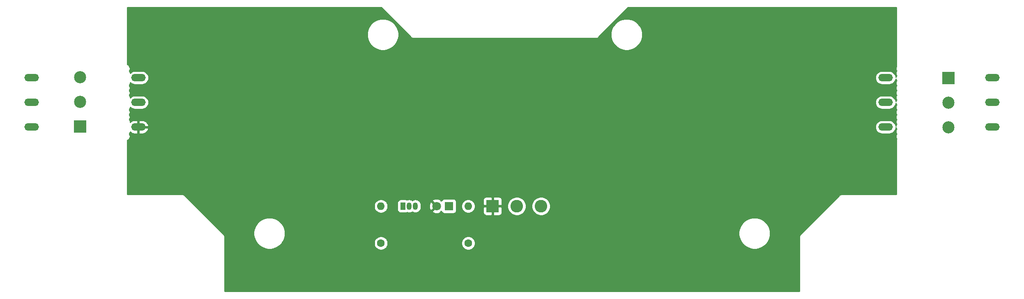
<source format=gbr>
G04 #@! TF.GenerationSoftware,KiCad,Pcbnew,(5.1.5-0-10_14)*
G04 #@! TF.CreationDate,2020-05-14T18:36:20+02:00*
G04 #@! TF.ProjectId,endstop,656e6473-746f-4702-9e6b-696361645f70,rev?*
G04 #@! TF.SameCoordinates,Original*
G04 #@! TF.FileFunction,Copper,L2,Bot*
G04 #@! TF.FilePolarity,Positive*
%FSLAX46Y46*%
G04 Gerber Fmt 4.6, Leading zero omitted, Abs format (unit mm)*
G04 Created by KiCad (PCBNEW (5.1.5-0-10_14)) date 2020-05-14 18:36:20*
%MOMM*%
%LPD*%
G04 APERTURE LIST*
%ADD10O,1.600000X1.600000*%
%ADD11C,1.600000*%
%ADD12R,1.050000X1.500000*%
%ADD13O,1.050000X1.500000*%
%ADD14C,2.500000*%
%ADD15R,2.500000X2.500000*%
%ADD16O,3.000000X1.500000*%
%ADD17R,1.800000X1.800000*%
%ADD18C,1.800000*%
%ADD19R,2.600000X2.600000*%
%ADD20C,2.600000*%
%ADD21C,0.254000*%
G04 APERTURE END LIST*
D10*
X125000000Y-72390000D03*
D11*
X125000000Y-80010000D03*
D10*
X143000000Y-72390000D03*
D11*
X143000000Y-80010000D03*
D12*
X129540000Y-72390000D03*
D13*
X132080000Y-72390000D03*
X130810000Y-72390000D03*
D14*
X63000000Y-45840000D03*
X63000000Y-50920000D03*
D15*
X63000000Y-56000000D03*
D14*
X242000000Y-56160000D03*
X242000000Y-51080000D03*
D15*
X242000000Y-46000000D03*
D16*
X229000000Y-56080000D03*
X229000000Y-51000000D03*
X229000000Y-45920000D03*
X53000000Y-45920000D03*
X53000000Y-51000000D03*
X53000000Y-56080000D03*
X251000000Y-56080000D03*
X251000000Y-51000000D03*
X251000000Y-45920000D03*
X75000000Y-56080000D03*
X75000000Y-51000000D03*
X75000000Y-45920000D03*
D17*
X139000000Y-72390000D03*
D18*
X136460000Y-72390000D03*
D19*
X148000000Y-72390000D03*
D20*
X153000000Y-72390000D03*
X158000000Y-72390000D03*
D21*
G36*
X131156201Y-37541003D02*
G01*
X131179999Y-37570001D01*
X131295724Y-37664974D01*
X131427753Y-37735546D01*
X131571014Y-37779003D01*
X131682667Y-37790000D01*
X131682677Y-37790000D01*
X131720000Y-37793676D01*
X131757323Y-37790000D01*
X169262676Y-37790000D01*
X169299999Y-37793676D01*
X169337321Y-37790000D01*
X169337332Y-37790000D01*
X169448985Y-37779003D01*
X169592246Y-37735546D01*
X169724275Y-37664974D01*
X169840000Y-37570001D01*
X169863803Y-37540997D01*
X170696296Y-36708504D01*
X172365794Y-36708504D01*
X172365794Y-37351496D01*
X172491236Y-37982134D01*
X172737298Y-38576181D01*
X173094526Y-39110810D01*
X173549190Y-39565474D01*
X174083819Y-39922702D01*
X174677866Y-40168764D01*
X175308504Y-40294206D01*
X175951496Y-40294206D01*
X176582134Y-40168764D01*
X177176181Y-39922702D01*
X177710810Y-39565474D01*
X178165474Y-39110810D01*
X178522702Y-38576181D01*
X178768764Y-37982134D01*
X178894206Y-37351496D01*
X178894206Y-36708504D01*
X178768764Y-36077866D01*
X178522702Y-35483819D01*
X178165474Y-34949190D01*
X177710810Y-34494526D01*
X177176181Y-34137298D01*
X176582134Y-33891236D01*
X175951496Y-33765794D01*
X175308504Y-33765794D01*
X174677866Y-33891236D01*
X174083819Y-34137298D01*
X173549190Y-34494526D01*
X173094526Y-34949190D01*
X172737298Y-35483819D01*
X172491236Y-36077866D01*
X172365794Y-36708504D01*
X170696296Y-36708504D01*
X175944802Y-31460000D01*
X231240000Y-31460000D01*
X231240001Y-43544461D01*
X231215723Y-43580795D01*
X231149010Y-43741855D01*
X231115000Y-43912835D01*
X231115000Y-44087165D01*
X231149010Y-44258145D01*
X231215723Y-44419205D01*
X231269709Y-44500000D01*
X231215723Y-44580795D01*
X231149010Y-44741855D01*
X231115000Y-44912835D01*
X231115000Y-45087165D01*
X231149010Y-45258145D01*
X231215723Y-45419205D01*
X231269709Y-45500000D01*
X231215723Y-45580795D01*
X231149010Y-45741855D01*
X231132386Y-45825427D01*
X231114960Y-45648493D01*
X231035764Y-45387419D01*
X230907157Y-45146812D01*
X230734081Y-44935919D01*
X230523188Y-44762843D01*
X230282581Y-44634236D01*
X230021507Y-44555040D01*
X229818037Y-44535000D01*
X228181963Y-44535000D01*
X227978493Y-44555040D01*
X227717419Y-44634236D01*
X227476812Y-44762843D01*
X227265919Y-44935919D01*
X227092843Y-45146812D01*
X226964236Y-45387419D01*
X226885040Y-45648493D01*
X226858299Y-45920000D01*
X226885040Y-46191507D01*
X226964236Y-46452581D01*
X227092843Y-46693188D01*
X227265919Y-46904081D01*
X227476812Y-47077157D01*
X227717419Y-47205764D01*
X227978493Y-47284960D01*
X228181963Y-47305000D01*
X229818037Y-47305000D01*
X230021507Y-47284960D01*
X230282581Y-47205764D01*
X230523188Y-47077157D01*
X230734081Y-46904081D01*
X230907157Y-46693188D01*
X231035764Y-46452581D01*
X231114960Y-46191507D01*
X231121847Y-46121585D01*
X231149010Y-46258145D01*
X231215723Y-46419205D01*
X231269709Y-46500000D01*
X231215723Y-46580795D01*
X231149010Y-46741855D01*
X231115000Y-46912835D01*
X231115000Y-47087165D01*
X231149010Y-47258145D01*
X231215723Y-47419205D01*
X231269709Y-47500000D01*
X231215723Y-47580795D01*
X231149010Y-47741855D01*
X231115000Y-47912835D01*
X231115000Y-48087165D01*
X231149010Y-48258145D01*
X231215723Y-48419205D01*
X231269709Y-48500000D01*
X231215723Y-48580795D01*
X231149010Y-48741855D01*
X231115000Y-48912835D01*
X231115000Y-49087165D01*
X231149010Y-49258145D01*
X231215723Y-49419205D01*
X231269709Y-49500000D01*
X231215723Y-49580795D01*
X231149010Y-49741855D01*
X231115000Y-49912835D01*
X231115000Y-50087165D01*
X231149010Y-50258145D01*
X231215723Y-50419205D01*
X231269709Y-50500000D01*
X231215723Y-50580795D01*
X231149010Y-50741855D01*
X231127117Y-50851921D01*
X231114960Y-50728493D01*
X231035764Y-50467419D01*
X230907157Y-50226812D01*
X230734081Y-50015919D01*
X230523188Y-49842843D01*
X230282581Y-49714236D01*
X230021507Y-49635040D01*
X229818037Y-49615000D01*
X228181963Y-49615000D01*
X227978493Y-49635040D01*
X227717419Y-49714236D01*
X227476812Y-49842843D01*
X227265919Y-50015919D01*
X227092843Y-50226812D01*
X226964236Y-50467419D01*
X226885040Y-50728493D01*
X226858299Y-51000000D01*
X226885040Y-51271507D01*
X226964236Y-51532581D01*
X227092843Y-51773188D01*
X227265919Y-51984081D01*
X227476812Y-52157157D01*
X227717419Y-52285764D01*
X227978493Y-52364960D01*
X228181963Y-52385000D01*
X229818037Y-52385000D01*
X230021507Y-52364960D01*
X230282581Y-52285764D01*
X230523188Y-52157157D01*
X230734081Y-51984081D01*
X230907157Y-51773188D01*
X231035764Y-51532581D01*
X231114960Y-51271507D01*
X231127117Y-51148079D01*
X231149010Y-51258145D01*
X231215723Y-51419205D01*
X231269709Y-51500000D01*
X231215723Y-51580795D01*
X231149010Y-51741855D01*
X231115000Y-51912835D01*
X231115000Y-52087165D01*
X231149010Y-52258145D01*
X231215723Y-52419205D01*
X231269709Y-52500000D01*
X231215723Y-52580795D01*
X231149010Y-52741855D01*
X231115000Y-52912835D01*
X231115000Y-53087165D01*
X231149010Y-53258145D01*
X231215723Y-53419205D01*
X231269709Y-53500000D01*
X231215723Y-53580795D01*
X231149010Y-53741855D01*
X231115000Y-53912835D01*
X231115000Y-54087165D01*
X231149010Y-54258145D01*
X231215723Y-54419205D01*
X231269709Y-54500000D01*
X231215723Y-54580795D01*
X231149010Y-54741855D01*
X231115000Y-54912835D01*
X231115000Y-55087165D01*
X231149010Y-55258145D01*
X231215723Y-55419205D01*
X231269709Y-55500000D01*
X231215723Y-55580795D01*
X231149010Y-55741855D01*
X231121847Y-55878415D01*
X231114960Y-55808493D01*
X231035764Y-55547419D01*
X230907157Y-55306812D01*
X230734081Y-55095919D01*
X230523188Y-54922843D01*
X230282581Y-54794236D01*
X230021507Y-54715040D01*
X229818037Y-54695000D01*
X228181963Y-54695000D01*
X227978493Y-54715040D01*
X227717419Y-54794236D01*
X227476812Y-54922843D01*
X227265919Y-55095919D01*
X227092843Y-55306812D01*
X226964236Y-55547419D01*
X226885040Y-55808493D01*
X226858299Y-56080000D01*
X226885040Y-56351507D01*
X226964236Y-56612581D01*
X227092843Y-56853188D01*
X227265919Y-57064081D01*
X227476812Y-57237157D01*
X227717419Y-57365764D01*
X227978493Y-57444960D01*
X228181963Y-57465000D01*
X229818037Y-57465000D01*
X230021507Y-57444960D01*
X230282581Y-57365764D01*
X230523188Y-57237157D01*
X230734081Y-57064081D01*
X230907157Y-56853188D01*
X231035764Y-56612581D01*
X231114960Y-56351507D01*
X231132386Y-56174573D01*
X231149010Y-56258145D01*
X231215723Y-56419205D01*
X231269709Y-56500000D01*
X231215723Y-56580795D01*
X231149010Y-56741855D01*
X231115000Y-56912835D01*
X231115000Y-57087165D01*
X231149010Y-57258145D01*
X231215723Y-57419205D01*
X231269709Y-57500000D01*
X231215723Y-57580795D01*
X231149010Y-57741855D01*
X231115000Y-57912835D01*
X231115000Y-58087165D01*
X231149010Y-58258145D01*
X231215723Y-58419205D01*
X231267482Y-58496668D01*
X231250997Y-58551014D01*
X231236323Y-58700000D01*
X231240000Y-58737333D01*
X231240001Y-69940000D01*
X220037322Y-69940000D01*
X219999999Y-69936324D01*
X219962676Y-69940000D01*
X219962667Y-69940000D01*
X219851014Y-69950997D01*
X219707753Y-69994454D01*
X219575724Y-70065026D01*
X219575722Y-70065027D01*
X219575723Y-70065027D01*
X219488996Y-70136201D01*
X219488992Y-70136205D01*
X219459999Y-70159999D01*
X219436205Y-70188992D01*
X211489008Y-78136191D01*
X211459999Y-78159998D01*
X211365026Y-78275724D01*
X211294454Y-78407753D01*
X211250997Y-78551014D01*
X211240000Y-78662667D01*
X211240000Y-78662678D01*
X211236324Y-78700000D01*
X211240000Y-78737322D01*
X211240001Y-89939999D01*
X92760000Y-89939999D01*
X92760000Y-78737322D01*
X92763676Y-78699999D01*
X92760000Y-78662676D01*
X92760000Y-78662667D01*
X92749003Y-78551014D01*
X92705546Y-78407753D01*
X92634974Y-78275724D01*
X92621811Y-78259685D01*
X92563799Y-78188996D01*
X92563795Y-78188992D01*
X92540001Y-78159999D01*
X92511009Y-78136206D01*
X92053307Y-77678504D01*
X98735794Y-77678504D01*
X98735794Y-78321496D01*
X98861236Y-78952134D01*
X99107298Y-79546181D01*
X99464526Y-80080810D01*
X99919190Y-80535474D01*
X100453819Y-80892702D01*
X101047866Y-81138764D01*
X101678504Y-81264206D01*
X102321496Y-81264206D01*
X102952134Y-81138764D01*
X103546181Y-80892702D01*
X104080810Y-80535474D01*
X104535474Y-80080810D01*
X104677224Y-79868665D01*
X123565000Y-79868665D01*
X123565000Y-80151335D01*
X123620147Y-80428574D01*
X123728320Y-80689727D01*
X123885363Y-80924759D01*
X124085241Y-81124637D01*
X124320273Y-81281680D01*
X124581426Y-81389853D01*
X124858665Y-81445000D01*
X125141335Y-81445000D01*
X125418574Y-81389853D01*
X125679727Y-81281680D01*
X125914759Y-81124637D01*
X126114637Y-80924759D01*
X126271680Y-80689727D01*
X126379853Y-80428574D01*
X126435000Y-80151335D01*
X126435000Y-79868665D01*
X141565000Y-79868665D01*
X141565000Y-80151335D01*
X141620147Y-80428574D01*
X141728320Y-80689727D01*
X141885363Y-80924759D01*
X142085241Y-81124637D01*
X142320273Y-81281680D01*
X142581426Y-81389853D01*
X142858665Y-81445000D01*
X143141335Y-81445000D01*
X143418574Y-81389853D01*
X143679727Y-81281680D01*
X143914759Y-81124637D01*
X144114637Y-80924759D01*
X144271680Y-80689727D01*
X144379853Y-80428574D01*
X144435000Y-80151335D01*
X144435000Y-79868665D01*
X144379853Y-79591426D01*
X144271680Y-79330273D01*
X144114637Y-79095241D01*
X143914759Y-78895363D01*
X143679727Y-78738320D01*
X143418574Y-78630147D01*
X143141335Y-78575000D01*
X142858665Y-78575000D01*
X142581426Y-78630147D01*
X142320273Y-78738320D01*
X142085241Y-78895363D01*
X141885363Y-79095241D01*
X141728320Y-79330273D01*
X141620147Y-79591426D01*
X141565000Y-79868665D01*
X126435000Y-79868665D01*
X126379853Y-79591426D01*
X126271680Y-79330273D01*
X126114637Y-79095241D01*
X125914759Y-78895363D01*
X125679727Y-78738320D01*
X125418574Y-78630147D01*
X125141335Y-78575000D01*
X124858665Y-78575000D01*
X124581426Y-78630147D01*
X124320273Y-78738320D01*
X124085241Y-78895363D01*
X123885363Y-79095241D01*
X123728320Y-79330273D01*
X123620147Y-79591426D01*
X123565000Y-79868665D01*
X104677224Y-79868665D01*
X104892702Y-79546181D01*
X105138764Y-78952134D01*
X105264206Y-78321496D01*
X105264206Y-77678504D01*
X198735794Y-77678504D01*
X198735794Y-78321496D01*
X198861236Y-78952134D01*
X199107298Y-79546181D01*
X199464526Y-80080810D01*
X199919190Y-80535474D01*
X200453819Y-80892702D01*
X201047866Y-81138764D01*
X201678504Y-81264206D01*
X202321496Y-81264206D01*
X202952134Y-81138764D01*
X203546181Y-80892702D01*
X204080810Y-80535474D01*
X204535474Y-80080810D01*
X204892702Y-79546181D01*
X205138764Y-78952134D01*
X205264206Y-78321496D01*
X205264206Y-77678504D01*
X205138764Y-77047866D01*
X204892702Y-76453819D01*
X204535474Y-75919190D01*
X204080810Y-75464526D01*
X203546181Y-75107298D01*
X202952134Y-74861236D01*
X202321496Y-74735794D01*
X201678504Y-74735794D01*
X201047866Y-74861236D01*
X200453819Y-75107298D01*
X199919190Y-75464526D01*
X199464526Y-75919190D01*
X199107298Y-76453819D01*
X198861236Y-77047866D01*
X198735794Y-77678504D01*
X105264206Y-77678504D01*
X105138764Y-77047866D01*
X104892702Y-76453819D01*
X104535474Y-75919190D01*
X104080810Y-75464526D01*
X103546181Y-75107298D01*
X102952134Y-74861236D01*
X102321496Y-74735794D01*
X101678504Y-74735794D01*
X101047866Y-74861236D01*
X100453819Y-75107298D01*
X99919190Y-75464526D01*
X99464526Y-75919190D01*
X99107298Y-76453819D01*
X98861236Y-77047866D01*
X98735794Y-77678504D01*
X92053307Y-77678504D01*
X86623467Y-72248665D01*
X123565000Y-72248665D01*
X123565000Y-72531335D01*
X123620147Y-72808574D01*
X123728320Y-73069727D01*
X123885363Y-73304759D01*
X124085241Y-73504637D01*
X124320273Y-73661680D01*
X124581426Y-73769853D01*
X124858665Y-73825000D01*
X125141335Y-73825000D01*
X125418574Y-73769853D01*
X125679727Y-73661680D01*
X125914759Y-73504637D01*
X126114637Y-73304759D01*
X126271680Y-73069727D01*
X126379853Y-72808574D01*
X126435000Y-72531335D01*
X126435000Y-72248665D01*
X126379853Y-71971426D01*
X126271680Y-71710273D01*
X126224726Y-71640000D01*
X128376928Y-71640000D01*
X128376928Y-73140000D01*
X128389188Y-73264482D01*
X128425498Y-73384180D01*
X128484463Y-73494494D01*
X128563815Y-73591185D01*
X128660506Y-73670537D01*
X128770820Y-73729502D01*
X128890518Y-73765812D01*
X129015000Y-73778072D01*
X130065000Y-73778072D01*
X130189482Y-73765812D01*
X130309180Y-73729502D01*
X130373902Y-73694907D01*
X130582601Y-73758215D01*
X130810000Y-73780612D01*
X131037400Y-73758215D01*
X131256060Y-73691885D01*
X131445001Y-73590894D01*
X131633941Y-73691885D01*
X131852601Y-73758215D01*
X132080000Y-73780612D01*
X132307400Y-73758215D01*
X132526060Y-73691885D01*
X132727579Y-73584171D01*
X132904212Y-73439212D01*
X133049171Y-73262579D01*
X133156885Y-73061059D01*
X133223215Y-72842399D01*
X133240000Y-72671978D01*
X133240000Y-72456553D01*
X134919009Y-72456553D01*
X134961603Y-72755907D01*
X135061778Y-73041199D01*
X135141739Y-73190792D01*
X135395920Y-73274475D01*
X136280395Y-72390000D01*
X135395920Y-71505525D01*
X135141739Y-71589208D01*
X135010842Y-71861775D01*
X134935635Y-72154642D01*
X134919009Y-72456553D01*
X133240000Y-72456553D01*
X133240000Y-72108021D01*
X133223215Y-71937600D01*
X133156885Y-71718940D01*
X133049171Y-71517421D01*
X132904212Y-71340788D01*
X132886096Y-71325920D01*
X135575525Y-71325920D01*
X136460000Y-72210395D01*
X136474143Y-72196253D01*
X136653748Y-72375858D01*
X136639605Y-72390000D01*
X136653748Y-72404143D01*
X136474143Y-72583748D01*
X136460000Y-72569605D01*
X135575525Y-73454080D01*
X135659208Y-73708261D01*
X135931775Y-73839158D01*
X136224642Y-73914365D01*
X136526553Y-73930991D01*
X136825907Y-73888397D01*
X137111199Y-73788222D01*
X137260792Y-73708261D01*
X137344474Y-73454082D01*
X137460422Y-73570030D01*
X137507187Y-73523265D01*
X137510498Y-73534180D01*
X137569463Y-73644494D01*
X137648815Y-73741185D01*
X137745506Y-73820537D01*
X137855820Y-73879502D01*
X137975518Y-73915812D01*
X138100000Y-73928072D01*
X139900000Y-73928072D01*
X140024482Y-73915812D01*
X140144180Y-73879502D01*
X140254494Y-73820537D01*
X140351185Y-73741185D01*
X140430537Y-73644494D01*
X140489502Y-73534180D01*
X140525812Y-73414482D01*
X140538072Y-73290000D01*
X140538072Y-72248665D01*
X141565000Y-72248665D01*
X141565000Y-72531335D01*
X141620147Y-72808574D01*
X141728320Y-73069727D01*
X141885363Y-73304759D01*
X142085241Y-73504637D01*
X142320273Y-73661680D01*
X142581426Y-73769853D01*
X142858665Y-73825000D01*
X143141335Y-73825000D01*
X143418574Y-73769853D01*
X143611356Y-73690000D01*
X146061928Y-73690000D01*
X146074188Y-73814482D01*
X146110498Y-73934180D01*
X146169463Y-74044494D01*
X146248815Y-74141185D01*
X146345506Y-74220537D01*
X146455820Y-74279502D01*
X146575518Y-74315812D01*
X146700000Y-74328072D01*
X147714250Y-74325000D01*
X147873000Y-74166250D01*
X147873000Y-72517000D01*
X148127000Y-72517000D01*
X148127000Y-74166250D01*
X148285750Y-74325000D01*
X149300000Y-74328072D01*
X149424482Y-74315812D01*
X149544180Y-74279502D01*
X149654494Y-74220537D01*
X149751185Y-74141185D01*
X149830537Y-74044494D01*
X149889502Y-73934180D01*
X149925812Y-73814482D01*
X149938072Y-73690000D01*
X149935000Y-72675750D01*
X149776250Y-72517000D01*
X148127000Y-72517000D01*
X147873000Y-72517000D01*
X146223750Y-72517000D01*
X146065000Y-72675750D01*
X146061928Y-73690000D01*
X143611356Y-73690000D01*
X143679727Y-73661680D01*
X143914759Y-73504637D01*
X144114637Y-73304759D01*
X144271680Y-73069727D01*
X144379853Y-72808574D01*
X144435000Y-72531335D01*
X144435000Y-72248665D01*
X144379853Y-71971426D01*
X144271680Y-71710273D01*
X144114637Y-71475241D01*
X143914759Y-71275363D01*
X143679727Y-71118320D01*
X143611357Y-71090000D01*
X146061928Y-71090000D01*
X146065000Y-72104250D01*
X146223750Y-72263000D01*
X147873000Y-72263000D01*
X147873000Y-70613750D01*
X148127000Y-70613750D01*
X148127000Y-72263000D01*
X149776250Y-72263000D01*
X149839831Y-72199419D01*
X151065000Y-72199419D01*
X151065000Y-72580581D01*
X151139361Y-72954419D01*
X151285225Y-73306566D01*
X151496987Y-73623491D01*
X151766509Y-73893013D01*
X152083434Y-74104775D01*
X152435581Y-74250639D01*
X152809419Y-74325000D01*
X153190581Y-74325000D01*
X153564419Y-74250639D01*
X153916566Y-74104775D01*
X154233491Y-73893013D01*
X154503013Y-73623491D01*
X154714775Y-73306566D01*
X154860639Y-72954419D01*
X154935000Y-72580581D01*
X154935000Y-72199419D01*
X156065000Y-72199419D01*
X156065000Y-72580581D01*
X156139361Y-72954419D01*
X156285225Y-73306566D01*
X156496987Y-73623491D01*
X156766509Y-73893013D01*
X157083434Y-74104775D01*
X157435581Y-74250639D01*
X157809419Y-74325000D01*
X158190581Y-74325000D01*
X158564419Y-74250639D01*
X158916566Y-74104775D01*
X159233491Y-73893013D01*
X159503013Y-73623491D01*
X159714775Y-73306566D01*
X159860639Y-72954419D01*
X159935000Y-72580581D01*
X159935000Y-72199419D01*
X159860639Y-71825581D01*
X159714775Y-71473434D01*
X159503013Y-71156509D01*
X159233491Y-70886987D01*
X158916566Y-70675225D01*
X158564419Y-70529361D01*
X158190581Y-70455000D01*
X157809419Y-70455000D01*
X157435581Y-70529361D01*
X157083434Y-70675225D01*
X156766509Y-70886987D01*
X156496987Y-71156509D01*
X156285225Y-71473434D01*
X156139361Y-71825581D01*
X156065000Y-72199419D01*
X154935000Y-72199419D01*
X154860639Y-71825581D01*
X154714775Y-71473434D01*
X154503013Y-71156509D01*
X154233491Y-70886987D01*
X153916566Y-70675225D01*
X153564419Y-70529361D01*
X153190581Y-70455000D01*
X152809419Y-70455000D01*
X152435581Y-70529361D01*
X152083434Y-70675225D01*
X151766509Y-70886987D01*
X151496987Y-71156509D01*
X151285225Y-71473434D01*
X151139361Y-71825581D01*
X151065000Y-72199419D01*
X149839831Y-72199419D01*
X149935000Y-72104250D01*
X149938072Y-71090000D01*
X149925812Y-70965518D01*
X149889502Y-70845820D01*
X149830537Y-70735506D01*
X149751185Y-70638815D01*
X149654494Y-70559463D01*
X149544180Y-70500498D01*
X149424482Y-70464188D01*
X149300000Y-70451928D01*
X148285750Y-70455000D01*
X148127000Y-70613750D01*
X147873000Y-70613750D01*
X147714250Y-70455000D01*
X146700000Y-70451928D01*
X146575518Y-70464188D01*
X146455820Y-70500498D01*
X146345506Y-70559463D01*
X146248815Y-70638815D01*
X146169463Y-70735506D01*
X146110498Y-70845820D01*
X146074188Y-70965518D01*
X146061928Y-71090000D01*
X143611357Y-71090000D01*
X143418574Y-71010147D01*
X143141335Y-70955000D01*
X142858665Y-70955000D01*
X142581426Y-71010147D01*
X142320273Y-71118320D01*
X142085241Y-71275363D01*
X141885363Y-71475241D01*
X141728320Y-71710273D01*
X141620147Y-71971426D01*
X141565000Y-72248665D01*
X140538072Y-72248665D01*
X140538072Y-71490000D01*
X140525812Y-71365518D01*
X140489502Y-71245820D01*
X140430537Y-71135506D01*
X140351185Y-71038815D01*
X140254494Y-70959463D01*
X140144180Y-70900498D01*
X140024482Y-70864188D01*
X139900000Y-70851928D01*
X138100000Y-70851928D01*
X137975518Y-70864188D01*
X137855820Y-70900498D01*
X137745506Y-70959463D01*
X137648815Y-71038815D01*
X137569463Y-71135506D01*
X137510498Y-71245820D01*
X137507187Y-71256735D01*
X137460422Y-71209970D01*
X137344474Y-71325918D01*
X137260792Y-71071739D01*
X136988225Y-70940842D01*
X136695358Y-70865635D01*
X136393447Y-70849009D01*
X136094093Y-70891603D01*
X135808801Y-70991778D01*
X135659208Y-71071739D01*
X135575525Y-71325920D01*
X132886096Y-71325920D01*
X132727578Y-71195829D01*
X132526059Y-71088115D01*
X132307399Y-71021785D01*
X132080000Y-70999388D01*
X131852600Y-71021785D01*
X131633940Y-71088115D01*
X131445000Y-71189106D01*
X131256059Y-71088115D01*
X131037399Y-71021785D01*
X130810000Y-70999388D01*
X130582600Y-71021785D01*
X130373902Y-71085093D01*
X130309180Y-71050498D01*
X130189482Y-71014188D01*
X130065000Y-71001928D01*
X129015000Y-71001928D01*
X128890518Y-71014188D01*
X128770820Y-71050498D01*
X128660506Y-71109463D01*
X128563815Y-71188815D01*
X128484463Y-71285506D01*
X128425498Y-71395820D01*
X128389188Y-71515518D01*
X128376928Y-71640000D01*
X126224726Y-71640000D01*
X126114637Y-71475241D01*
X125914759Y-71275363D01*
X125679727Y-71118320D01*
X125418574Y-71010147D01*
X125141335Y-70955000D01*
X124858665Y-70955000D01*
X124581426Y-71010147D01*
X124320273Y-71118320D01*
X124085241Y-71275363D01*
X123885363Y-71475241D01*
X123728320Y-71710273D01*
X123620147Y-71971426D01*
X123565000Y-72248665D01*
X86623467Y-72248665D01*
X84563804Y-70189003D01*
X84540001Y-70159999D01*
X84424276Y-70065026D01*
X84292247Y-69994454D01*
X84148986Y-69950997D01*
X84037333Y-69940000D01*
X84037322Y-69940000D01*
X84000000Y-69936324D01*
X83962678Y-69940000D01*
X72760000Y-69940000D01*
X72760000Y-58804658D01*
X72809205Y-58784277D01*
X72954155Y-58687424D01*
X73077424Y-58564155D01*
X73174277Y-58419205D01*
X73240990Y-58258145D01*
X73275000Y-58087165D01*
X73275000Y-57912835D01*
X73240990Y-57741855D01*
X73174277Y-57580795D01*
X73120291Y-57500000D01*
X73174277Y-57419205D01*
X73240990Y-57258145D01*
X73275000Y-57087165D01*
X73275000Y-57062426D01*
X73374939Y-57161028D01*
X73602651Y-57310972D01*
X73855240Y-57413611D01*
X74123000Y-57465000D01*
X74873000Y-57465000D01*
X74873000Y-56207000D01*
X75127000Y-56207000D01*
X75127000Y-57465000D01*
X75877000Y-57465000D01*
X76144760Y-57413611D01*
X76397349Y-57310972D01*
X76625061Y-57161028D01*
X76819145Y-56969540D01*
X76972142Y-56743868D01*
X77078173Y-56492684D01*
X77092318Y-56421185D01*
X76969656Y-56207000D01*
X75127000Y-56207000D01*
X74873000Y-56207000D01*
X74853000Y-56207000D01*
X74853000Y-55953000D01*
X74873000Y-55953000D01*
X74873000Y-54695000D01*
X75127000Y-54695000D01*
X75127000Y-55953000D01*
X76969656Y-55953000D01*
X77092318Y-55738815D01*
X77078173Y-55667316D01*
X76972142Y-55416132D01*
X76819145Y-55190460D01*
X76625061Y-54998972D01*
X76397349Y-54849028D01*
X76144760Y-54746389D01*
X75877000Y-54695000D01*
X75127000Y-54695000D01*
X74873000Y-54695000D01*
X74123000Y-54695000D01*
X73855240Y-54746389D01*
X73602651Y-54849028D01*
X73374939Y-54998972D01*
X73272424Y-55100116D01*
X73275000Y-55087165D01*
X73275000Y-54912835D01*
X73240990Y-54741855D01*
X73174277Y-54580795D01*
X73120291Y-54500000D01*
X73174277Y-54419205D01*
X73240990Y-54258145D01*
X73275000Y-54087165D01*
X73275000Y-53912835D01*
X73240990Y-53741855D01*
X73174277Y-53580795D01*
X73120291Y-53500000D01*
X73174277Y-53419205D01*
X73240990Y-53258145D01*
X73275000Y-53087165D01*
X73275000Y-52912835D01*
X73240990Y-52741855D01*
X73174277Y-52580795D01*
X73120291Y-52500000D01*
X73174277Y-52419205D01*
X73240990Y-52258145D01*
X73275000Y-52087165D01*
X73275000Y-51991534D01*
X73476812Y-52157157D01*
X73717419Y-52285764D01*
X73978493Y-52364960D01*
X74181963Y-52385000D01*
X75818037Y-52385000D01*
X76021507Y-52364960D01*
X76282581Y-52285764D01*
X76523188Y-52157157D01*
X76734081Y-51984081D01*
X76907157Y-51773188D01*
X77035764Y-51532581D01*
X77114960Y-51271507D01*
X77141701Y-51000000D01*
X77114960Y-50728493D01*
X77035764Y-50467419D01*
X76907157Y-50226812D01*
X76734081Y-50015919D01*
X76523188Y-49842843D01*
X76282581Y-49714236D01*
X76021507Y-49635040D01*
X75818037Y-49615000D01*
X74181963Y-49615000D01*
X73978493Y-49635040D01*
X73717419Y-49714236D01*
X73476812Y-49842843D01*
X73275000Y-50008466D01*
X73275000Y-49912835D01*
X73240990Y-49741855D01*
X73174277Y-49580795D01*
X73120291Y-49500000D01*
X73174277Y-49419205D01*
X73240990Y-49258145D01*
X73275000Y-49087165D01*
X73275000Y-48912835D01*
X73240990Y-48741855D01*
X73174277Y-48580795D01*
X73120291Y-48500000D01*
X73174277Y-48419205D01*
X73240990Y-48258145D01*
X73275000Y-48087165D01*
X73275000Y-47912835D01*
X73240990Y-47741855D01*
X73174277Y-47580795D01*
X73120291Y-47500000D01*
X73174277Y-47419205D01*
X73240990Y-47258145D01*
X73275000Y-47087165D01*
X73275000Y-46912835D01*
X73274691Y-46911280D01*
X73476812Y-47077157D01*
X73717419Y-47205764D01*
X73978493Y-47284960D01*
X74181963Y-47305000D01*
X75818037Y-47305000D01*
X76021507Y-47284960D01*
X76282581Y-47205764D01*
X76523188Y-47077157D01*
X76734081Y-46904081D01*
X76907157Y-46693188D01*
X77035764Y-46452581D01*
X77114960Y-46191507D01*
X77141701Y-45920000D01*
X77114960Y-45648493D01*
X77035764Y-45387419D01*
X76907157Y-45146812D01*
X76734081Y-44935919D01*
X76523188Y-44762843D01*
X76282581Y-44634236D01*
X76021507Y-44555040D01*
X75818037Y-44535000D01*
X74181963Y-44535000D01*
X73978493Y-44555040D01*
X73717419Y-44634236D01*
X73476812Y-44762843D01*
X73275000Y-44928466D01*
X73275000Y-44912835D01*
X73240990Y-44741855D01*
X73174277Y-44580795D01*
X73120291Y-44500000D01*
X73174277Y-44419205D01*
X73240990Y-44258145D01*
X73275000Y-44087165D01*
X73275000Y-43912835D01*
X73240990Y-43741855D01*
X73174277Y-43580795D01*
X73077424Y-43435845D01*
X72954155Y-43312576D01*
X72809205Y-43215723D01*
X72760000Y-43195342D01*
X72760000Y-36708504D01*
X122125793Y-36708504D01*
X122125793Y-37351496D01*
X122251235Y-37982134D01*
X122497297Y-38576181D01*
X122854525Y-39110810D01*
X123309189Y-39565474D01*
X123843818Y-39922702D01*
X124437865Y-40168764D01*
X125068503Y-40294206D01*
X125711495Y-40294206D01*
X126342133Y-40168764D01*
X126936180Y-39922702D01*
X127470809Y-39565474D01*
X127925473Y-39110810D01*
X128282701Y-38576181D01*
X128528763Y-37982134D01*
X128654205Y-37351496D01*
X128654205Y-36708504D01*
X128528763Y-36077866D01*
X128282701Y-35483819D01*
X127925473Y-34949190D01*
X127470809Y-34494526D01*
X126936180Y-34137298D01*
X126342133Y-33891236D01*
X125711495Y-33765794D01*
X125068503Y-33765794D01*
X124437865Y-33891236D01*
X123843818Y-34137298D01*
X123309189Y-34494526D01*
X122854525Y-34949190D01*
X122497297Y-35483819D01*
X122251235Y-36077866D01*
X122125793Y-36708504D01*
X72760000Y-36708504D01*
X72760000Y-31460000D01*
X125075197Y-31459998D01*
X131156201Y-37541003D01*
G37*
X131156201Y-37541003D02*
X131179999Y-37570001D01*
X131295724Y-37664974D01*
X131427753Y-37735546D01*
X131571014Y-37779003D01*
X131682667Y-37790000D01*
X131682677Y-37790000D01*
X131720000Y-37793676D01*
X131757323Y-37790000D01*
X169262676Y-37790000D01*
X169299999Y-37793676D01*
X169337321Y-37790000D01*
X169337332Y-37790000D01*
X169448985Y-37779003D01*
X169592246Y-37735546D01*
X169724275Y-37664974D01*
X169840000Y-37570001D01*
X169863803Y-37540997D01*
X170696296Y-36708504D01*
X172365794Y-36708504D01*
X172365794Y-37351496D01*
X172491236Y-37982134D01*
X172737298Y-38576181D01*
X173094526Y-39110810D01*
X173549190Y-39565474D01*
X174083819Y-39922702D01*
X174677866Y-40168764D01*
X175308504Y-40294206D01*
X175951496Y-40294206D01*
X176582134Y-40168764D01*
X177176181Y-39922702D01*
X177710810Y-39565474D01*
X178165474Y-39110810D01*
X178522702Y-38576181D01*
X178768764Y-37982134D01*
X178894206Y-37351496D01*
X178894206Y-36708504D01*
X178768764Y-36077866D01*
X178522702Y-35483819D01*
X178165474Y-34949190D01*
X177710810Y-34494526D01*
X177176181Y-34137298D01*
X176582134Y-33891236D01*
X175951496Y-33765794D01*
X175308504Y-33765794D01*
X174677866Y-33891236D01*
X174083819Y-34137298D01*
X173549190Y-34494526D01*
X173094526Y-34949190D01*
X172737298Y-35483819D01*
X172491236Y-36077866D01*
X172365794Y-36708504D01*
X170696296Y-36708504D01*
X175944802Y-31460000D01*
X231240000Y-31460000D01*
X231240001Y-43544461D01*
X231215723Y-43580795D01*
X231149010Y-43741855D01*
X231115000Y-43912835D01*
X231115000Y-44087165D01*
X231149010Y-44258145D01*
X231215723Y-44419205D01*
X231269709Y-44500000D01*
X231215723Y-44580795D01*
X231149010Y-44741855D01*
X231115000Y-44912835D01*
X231115000Y-45087165D01*
X231149010Y-45258145D01*
X231215723Y-45419205D01*
X231269709Y-45500000D01*
X231215723Y-45580795D01*
X231149010Y-45741855D01*
X231132386Y-45825427D01*
X231114960Y-45648493D01*
X231035764Y-45387419D01*
X230907157Y-45146812D01*
X230734081Y-44935919D01*
X230523188Y-44762843D01*
X230282581Y-44634236D01*
X230021507Y-44555040D01*
X229818037Y-44535000D01*
X228181963Y-44535000D01*
X227978493Y-44555040D01*
X227717419Y-44634236D01*
X227476812Y-44762843D01*
X227265919Y-44935919D01*
X227092843Y-45146812D01*
X226964236Y-45387419D01*
X226885040Y-45648493D01*
X226858299Y-45920000D01*
X226885040Y-46191507D01*
X226964236Y-46452581D01*
X227092843Y-46693188D01*
X227265919Y-46904081D01*
X227476812Y-47077157D01*
X227717419Y-47205764D01*
X227978493Y-47284960D01*
X228181963Y-47305000D01*
X229818037Y-47305000D01*
X230021507Y-47284960D01*
X230282581Y-47205764D01*
X230523188Y-47077157D01*
X230734081Y-46904081D01*
X230907157Y-46693188D01*
X231035764Y-46452581D01*
X231114960Y-46191507D01*
X231121847Y-46121585D01*
X231149010Y-46258145D01*
X231215723Y-46419205D01*
X231269709Y-46500000D01*
X231215723Y-46580795D01*
X231149010Y-46741855D01*
X231115000Y-46912835D01*
X231115000Y-47087165D01*
X231149010Y-47258145D01*
X231215723Y-47419205D01*
X231269709Y-47500000D01*
X231215723Y-47580795D01*
X231149010Y-47741855D01*
X231115000Y-47912835D01*
X231115000Y-48087165D01*
X231149010Y-48258145D01*
X231215723Y-48419205D01*
X231269709Y-48500000D01*
X231215723Y-48580795D01*
X231149010Y-48741855D01*
X231115000Y-48912835D01*
X231115000Y-49087165D01*
X231149010Y-49258145D01*
X231215723Y-49419205D01*
X231269709Y-49500000D01*
X231215723Y-49580795D01*
X231149010Y-49741855D01*
X231115000Y-49912835D01*
X231115000Y-50087165D01*
X231149010Y-50258145D01*
X231215723Y-50419205D01*
X231269709Y-50500000D01*
X231215723Y-50580795D01*
X231149010Y-50741855D01*
X231127117Y-50851921D01*
X231114960Y-50728493D01*
X231035764Y-50467419D01*
X230907157Y-50226812D01*
X230734081Y-50015919D01*
X230523188Y-49842843D01*
X230282581Y-49714236D01*
X230021507Y-49635040D01*
X229818037Y-49615000D01*
X228181963Y-49615000D01*
X227978493Y-49635040D01*
X227717419Y-49714236D01*
X227476812Y-49842843D01*
X227265919Y-50015919D01*
X227092843Y-50226812D01*
X226964236Y-50467419D01*
X226885040Y-50728493D01*
X226858299Y-51000000D01*
X226885040Y-51271507D01*
X226964236Y-51532581D01*
X227092843Y-51773188D01*
X227265919Y-51984081D01*
X227476812Y-52157157D01*
X227717419Y-52285764D01*
X227978493Y-52364960D01*
X228181963Y-52385000D01*
X229818037Y-52385000D01*
X230021507Y-52364960D01*
X230282581Y-52285764D01*
X230523188Y-52157157D01*
X230734081Y-51984081D01*
X230907157Y-51773188D01*
X231035764Y-51532581D01*
X231114960Y-51271507D01*
X231127117Y-51148079D01*
X231149010Y-51258145D01*
X231215723Y-51419205D01*
X231269709Y-51500000D01*
X231215723Y-51580795D01*
X231149010Y-51741855D01*
X231115000Y-51912835D01*
X231115000Y-52087165D01*
X231149010Y-52258145D01*
X231215723Y-52419205D01*
X231269709Y-52500000D01*
X231215723Y-52580795D01*
X231149010Y-52741855D01*
X231115000Y-52912835D01*
X231115000Y-53087165D01*
X231149010Y-53258145D01*
X231215723Y-53419205D01*
X231269709Y-53500000D01*
X231215723Y-53580795D01*
X231149010Y-53741855D01*
X231115000Y-53912835D01*
X231115000Y-54087165D01*
X231149010Y-54258145D01*
X231215723Y-54419205D01*
X231269709Y-54500000D01*
X231215723Y-54580795D01*
X231149010Y-54741855D01*
X231115000Y-54912835D01*
X231115000Y-55087165D01*
X231149010Y-55258145D01*
X231215723Y-55419205D01*
X231269709Y-55500000D01*
X231215723Y-55580795D01*
X231149010Y-55741855D01*
X231121847Y-55878415D01*
X231114960Y-55808493D01*
X231035764Y-55547419D01*
X230907157Y-55306812D01*
X230734081Y-55095919D01*
X230523188Y-54922843D01*
X230282581Y-54794236D01*
X230021507Y-54715040D01*
X229818037Y-54695000D01*
X228181963Y-54695000D01*
X227978493Y-54715040D01*
X227717419Y-54794236D01*
X227476812Y-54922843D01*
X227265919Y-55095919D01*
X227092843Y-55306812D01*
X226964236Y-55547419D01*
X226885040Y-55808493D01*
X226858299Y-56080000D01*
X226885040Y-56351507D01*
X226964236Y-56612581D01*
X227092843Y-56853188D01*
X227265919Y-57064081D01*
X227476812Y-57237157D01*
X227717419Y-57365764D01*
X227978493Y-57444960D01*
X228181963Y-57465000D01*
X229818037Y-57465000D01*
X230021507Y-57444960D01*
X230282581Y-57365764D01*
X230523188Y-57237157D01*
X230734081Y-57064081D01*
X230907157Y-56853188D01*
X231035764Y-56612581D01*
X231114960Y-56351507D01*
X231132386Y-56174573D01*
X231149010Y-56258145D01*
X231215723Y-56419205D01*
X231269709Y-56500000D01*
X231215723Y-56580795D01*
X231149010Y-56741855D01*
X231115000Y-56912835D01*
X231115000Y-57087165D01*
X231149010Y-57258145D01*
X231215723Y-57419205D01*
X231269709Y-57500000D01*
X231215723Y-57580795D01*
X231149010Y-57741855D01*
X231115000Y-57912835D01*
X231115000Y-58087165D01*
X231149010Y-58258145D01*
X231215723Y-58419205D01*
X231267482Y-58496668D01*
X231250997Y-58551014D01*
X231236323Y-58700000D01*
X231240000Y-58737333D01*
X231240001Y-69940000D01*
X220037322Y-69940000D01*
X219999999Y-69936324D01*
X219962676Y-69940000D01*
X219962667Y-69940000D01*
X219851014Y-69950997D01*
X219707753Y-69994454D01*
X219575724Y-70065026D01*
X219575722Y-70065027D01*
X219575723Y-70065027D01*
X219488996Y-70136201D01*
X219488992Y-70136205D01*
X219459999Y-70159999D01*
X219436205Y-70188992D01*
X211489008Y-78136191D01*
X211459999Y-78159998D01*
X211365026Y-78275724D01*
X211294454Y-78407753D01*
X211250997Y-78551014D01*
X211240000Y-78662667D01*
X211240000Y-78662678D01*
X211236324Y-78700000D01*
X211240000Y-78737322D01*
X211240001Y-89939999D01*
X92760000Y-89939999D01*
X92760000Y-78737322D01*
X92763676Y-78699999D01*
X92760000Y-78662676D01*
X92760000Y-78662667D01*
X92749003Y-78551014D01*
X92705546Y-78407753D01*
X92634974Y-78275724D01*
X92621811Y-78259685D01*
X92563799Y-78188996D01*
X92563795Y-78188992D01*
X92540001Y-78159999D01*
X92511009Y-78136206D01*
X92053307Y-77678504D01*
X98735794Y-77678504D01*
X98735794Y-78321496D01*
X98861236Y-78952134D01*
X99107298Y-79546181D01*
X99464526Y-80080810D01*
X99919190Y-80535474D01*
X100453819Y-80892702D01*
X101047866Y-81138764D01*
X101678504Y-81264206D01*
X102321496Y-81264206D01*
X102952134Y-81138764D01*
X103546181Y-80892702D01*
X104080810Y-80535474D01*
X104535474Y-80080810D01*
X104677224Y-79868665D01*
X123565000Y-79868665D01*
X123565000Y-80151335D01*
X123620147Y-80428574D01*
X123728320Y-80689727D01*
X123885363Y-80924759D01*
X124085241Y-81124637D01*
X124320273Y-81281680D01*
X124581426Y-81389853D01*
X124858665Y-81445000D01*
X125141335Y-81445000D01*
X125418574Y-81389853D01*
X125679727Y-81281680D01*
X125914759Y-81124637D01*
X126114637Y-80924759D01*
X126271680Y-80689727D01*
X126379853Y-80428574D01*
X126435000Y-80151335D01*
X126435000Y-79868665D01*
X141565000Y-79868665D01*
X141565000Y-80151335D01*
X141620147Y-80428574D01*
X141728320Y-80689727D01*
X141885363Y-80924759D01*
X142085241Y-81124637D01*
X142320273Y-81281680D01*
X142581426Y-81389853D01*
X142858665Y-81445000D01*
X143141335Y-81445000D01*
X143418574Y-81389853D01*
X143679727Y-81281680D01*
X143914759Y-81124637D01*
X144114637Y-80924759D01*
X144271680Y-80689727D01*
X144379853Y-80428574D01*
X144435000Y-80151335D01*
X144435000Y-79868665D01*
X144379853Y-79591426D01*
X144271680Y-79330273D01*
X144114637Y-79095241D01*
X143914759Y-78895363D01*
X143679727Y-78738320D01*
X143418574Y-78630147D01*
X143141335Y-78575000D01*
X142858665Y-78575000D01*
X142581426Y-78630147D01*
X142320273Y-78738320D01*
X142085241Y-78895363D01*
X141885363Y-79095241D01*
X141728320Y-79330273D01*
X141620147Y-79591426D01*
X141565000Y-79868665D01*
X126435000Y-79868665D01*
X126379853Y-79591426D01*
X126271680Y-79330273D01*
X126114637Y-79095241D01*
X125914759Y-78895363D01*
X125679727Y-78738320D01*
X125418574Y-78630147D01*
X125141335Y-78575000D01*
X124858665Y-78575000D01*
X124581426Y-78630147D01*
X124320273Y-78738320D01*
X124085241Y-78895363D01*
X123885363Y-79095241D01*
X123728320Y-79330273D01*
X123620147Y-79591426D01*
X123565000Y-79868665D01*
X104677224Y-79868665D01*
X104892702Y-79546181D01*
X105138764Y-78952134D01*
X105264206Y-78321496D01*
X105264206Y-77678504D01*
X198735794Y-77678504D01*
X198735794Y-78321496D01*
X198861236Y-78952134D01*
X199107298Y-79546181D01*
X199464526Y-80080810D01*
X199919190Y-80535474D01*
X200453819Y-80892702D01*
X201047866Y-81138764D01*
X201678504Y-81264206D01*
X202321496Y-81264206D01*
X202952134Y-81138764D01*
X203546181Y-80892702D01*
X204080810Y-80535474D01*
X204535474Y-80080810D01*
X204892702Y-79546181D01*
X205138764Y-78952134D01*
X205264206Y-78321496D01*
X205264206Y-77678504D01*
X205138764Y-77047866D01*
X204892702Y-76453819D01*
X204535474Y-75919190D01*
X204080810Y-75464526D01*
X203546181Y-75107298D01*
X202952134Y-74861236D01*
X202321496Y-74735794D01*
X201678504Y-74735794D01*
X201047866Y-74861236D01*
X200453819Y-75107298D01*
X199919190Y-75464526D01*
X199464526Y-75919190D01*
X199107298Y-76453819D01*
X198861236Y-77047866D01*
X198735794Y-77678504D01*
X105264206Y-77678504D01*
X105138764Y-77047866D01*
X104892702Y-76453819D01*
X104535474Y-75919190D01*
X104080810Y-75464526D01*
X103546181Y-75107298D01*
X102952134Y-74861236D01*
X102321496Y-74735794D01*
X101678504Y-74735794D01*
X101047866Y-74861236D01*
X100453819Y-75107298D01*
X99919190Y-75464526D01*
X99464526Y-75919190D01*
X99107298Y-76453819D01*
X98861236Y-77047866D01*
X98735794Y-77678504D01*
X92053307Y-77678504D01*
X86623467Y-72248665D01*
X123565000Y-72248665D01*
X123565000Y-72531335D01*
X123620147Y-72808574D01*
X123728320Y-73069727D01*
X123885363Y-73304759D01*
X124085241Y-73504637D01*
X124320273Y-73661680D01*
X124581426Y-73769853D01*
X124858665Y-73825000D01*
X125141335Y-73825000D01*
X125418574Y-73769853D01*
X125679727Y-73661680D01*
X125914759Y-73504637D01*
X126114637Y-73304759D01*
X126271680Y-73069727D01*
X126379853Y-72808574D01*
X126435000Y-72531335D01*
X126435000Y-72248665D01*
X126379853Y-71971426D01*
X126271680Y-71710273D01*
X126224726Y-71640000D01*
X128376928Y-71640000D01*
X128376928Y-73140000D01*
X128389188Y-73264482D01*
X128425498Y-73384180D01*
X128484463Y-73494494D01*
X128563815Y-73591185D01*
X128660506Y-73670537D01*
X128770820Y-73729502D01*
X128890518Y-73765812D01*
X129015000Y-73778072D01*
X130065000Y-73778072D01*
X130189482Y-73765812D01*
X130309180Y-73729502D01*
X130373902Y-73694907D01*
X130582601Y-73758215D01*
X130810000Y-73780612D01*
X131037400Y-73758215D01*
X131256060Y-73691885D01*
X131445001Y-73590894D01*
X131633941Y-73691885D01*
X131852601Y-73758215D01*
X132080000Y-73780612D01*
X132307400Y-73758215D01*
X132526060Y-73691885D01*
X132727579Y-73584171D01*
X132904212Y-73439212D01*
X133049171Y-73262579D01*
X133156885Y-73061059D01*
X133223215Y-72842399D01*
X133240000Y-72671978D01*
X133240000Y-72456553D01*
X134919009Y-72456553D01*
X134961603Y-72755907D01*
X135061778Y-73041199D01*
X135141739Y-73190792D01*
X135395920Y-73274475D01*
X136280395Y-72390000D01*
X135395920Y-71505525D01*
X135141739Y-71589208D01*
X135010842Y-71861775D01*
X134935635Y-72154642D01*
X134919009Y-72456553D01*
X133240000Y-72456553D01*
X133240000Y-72108021D01*
X133223215Y-71937600D01*
X133156885Y-71718940D01*
X133049171Y-71517421D01*
X132904212Y-71340788D01*
X132886096Y-71325920D01*
X135575525Y-71325920D01*
X136460000Y-72210395D01*
X136474143Y-72196253D01*
X136653748Y-72375858D01*
X136639605Y-72390000D01*
X136653748Y-72404143D01*
X136474143Y-72583748D01*
X136460000Y-72569605D01*
X135575525Y-73454080D01*
X135659208Y-73708261D01*
X135931775Y-73839158D01*
X136224642Y-73914365D01*
X136526553Y-73930991D01*
X136825907Y-73888397D01*
X137111199Y-73788222D01*
X137260792Y-73708261D01*
X137344474Y-73454082D01*
X137460422Y-73570030D01*
X137507187Y-73523265D01*
X137510498Y-73534180D01*
X137569463Y-73644494D01*
X137648815Y-73741185D01*
X137745506Y-73820537D01*
X137855820Y-73879502D01*
X137975518Y-73915812D01*
X138100000Y-73928072D01*
X139900000Y-73928072D01*
X140024482Y-73915812D01*
X140144180Y-73879502D01*
X140254494Y-73820537D01*
X140351185Y-73741185D01*
X140430537Y-73644494D01*
X140489502Y-73534180D01*
X140525812Y-73414482D01*
X140538072Y-73290000D01*
X140538072Y-72248665D01*
X141565000Y-72248665D01*
X141565000Y-72531335D01*
X141620147Y-72808574D01*
X141728320Y-73069727D01*
X141885363Y-73304759D01*
X142085241Y-73504637D01*
X142320273Y-73661680D01*
X142581426Y-73769853D01*
X142858665Y-73825000D01*
X143141335Y-73825000D01*
X143418574Y-73769853D01*
X143611356Y-73690000D01*
X146061928Y-73690000D01*
X146074188Y-73814482D01*
X146110498Y-73934180D01*
X146169463Y-74044494D01*
X146248815Y-74141185D01*
X146345506Y-74220537D01*
X146455820Y-74279502D01*
X146575518Y-74315812D01*
X146700000Y-74328072D01*
X147714250Y-74325000D01*
X147873000Y-74166250D01*
X147873000Y-72517000D01*
X148127000Y-72517000D01*
X148127000Y-74166250D01*
X148285750Y-74325000D01*
X149300000Y-74328072D01*
X149424482Y-74315812D01*
X149544180Y-74279502D01*
X149654494Y-74220537D01*
X149751185Y-74141185D01*
X149830537Y-74044494D01*
X149889502Y-73934180D01*
X149925812Y-73814482D01*
X149938072Y-73690000D01*
X149935000Y-72675750D01*
X149776250Y-72517000D01*
X148127000Y-72517000D01*
X147873000Y-72517000D01*
X146223750Y-72517000D01*
X146065000Y-72675750D01*
X146061928Y-73690000D01*
X143611356Y-73690000D01*
X143679727Y-73661680D01*
X143914759Y-73504637D01*
X144114637Y-73304759D01*
X144271680Y-73069727D01*
X144379853Y-72808574D01*
X144435000Y-72531335D01*
X144435000Y-72248665D01*
X144379853Y-71971426D01*
X144271680Y-71710273D01*
X144114637Y-71475241D01*
X143914759Y-71275363D01*
X143679727Y-71118320D01*
X143611357Y-71090000D01*
X146061928Y-71090000D01*
X146065000Y-72104250D01*
X146223750Y-72263000D01*
X147873000Y-72263000D01*
X147873000Y-70613750D01*
X148127000Y-70613750D01*
X148127000Y-72263000D01*
X149776250Y-72263000D01*
X149839831Y-72199419D01*
X151065000Y-72199419D01*
X151065000Y-72580581D01*
X151139361Y-72954419D01*
X151285225Y-73306566D01*
X151496987Y-73623491D01*
X151766509Y-73893013D01*
X152083434Y-74104775D01*
X152435581Y-74250639D01*
X152809419Y-74325000D01*
X153190581Y-74325000D01*
X153564419Y-74250639D01*
X153916566Y-74104775D01*
X154233491Y-73893013D01*
X154503013Y-73623491D01*
X154714775Y-73306566D01*
X154860639Y-72954419D01*
X154935000Y-72580581D01*
X154935000Y-72199419D01*
X156065000Y-72199419D01*
X156065000Y-72580581D01*
X156139361Y-72954419D01*
X156285225Y-73306566D01*
X156496987Y-73623491D01*
X156766509Y-73893013D01*
X157083434Y-74104775D01*
X157435581Y-74250639D01*
X157809419Y-74325000D01*
X158190581Y-74325000D01*
X158564419Y-74250639D01*
X158916566Y-74104775D01*
X159233491Y-73893013D01*
X159503013Y-73623491D01*
X159714775Y-73306566D01*
X159860639Y-72954419D01*
X159935000Y-72580581D01*
X159935000Y-72199419D01*
X159860639Y-71825581D01*
X159714775Y-71473434D01*
X159503013Y-71156509D01*
X159233491Y-70886987D01*
X158916566Y-70675225D01*
X158564419Y-70529361D01*
X158190581Y-70455000D01*
X157809419Y-70455000D01*
X157435581Y-70529361D01*
X157083434Y-70675225D01*
X156766509Y-70886987D01*
X156496987Y-71156509D01*
X156285225Y-71473434D01*
X156139361Y-71825581D01*
X156065000Y-72199419D01*
X154935000Y-72199419D01*
X154860639Y-71825581D01*
X154714775Y-71473434D01*
X154503013Y-71156509D01*
X154233491Y-70886987D01*
X153916566Y-70675225D01*
X153564419Y-70529361D01*
X153190581Y-70455000D01*
X152809419Y-70455000D01*
X152435581Y-70529361D01*
X152083434Y-70675225D01*
X151766509Y-70886987D01*
X151496987Y-71156509D01*
X151285225Y-71473434D01*
X151139361Y-71825581D01*
X151065000Y-72199419D01*
X149839831Y-72199419D01*
X149935000Y-72104250D01*
X149938072Y-71090000D01*
X149925812Y-70965518D01*
X149889502Y-70845820D01*
X149830537Y-70735506D01*
X149751185Y-70638815D01*
X149654494Y-70559463D01*
X149544180Y-70500498D01*
X149424482Y-70464188D01*
X149300000Y-70451928D01*
X148285750Y-70455000D01*
X148127000Y-70613750D01*
X147873000Y-70613750D01*
X147714250Y-70455000D01*
X146700000Y-70451928D01*
X146575518Y-70464188D01*
X146455820Y-70500498D01*
X146345506Y-70559463D01*
X146248815Y-70638815D01*
X146169463Y-70735506D01*
X146110498Y-70845820D01*
X146074188Y-70965518D01*
X146061928Y-71090000D01*
X143611357Y-71090000D01*
X143418574Y-71010147D01*
X143141335Y-70955000D01*
X142858665Y-70955000D01*
X142581426Y-71010147D01*
X142320273Y-71118320D01*
X142085241Y-71275363D01*
X141885363Y-71475241D01*
X141728320Y-71710273D01*
X141620147Y-71971426D01*
X141565000Y-72248665D01*
X140538072Y-72248665D01*
X140538072Y-71490000D01*
X140525812Y-71365518D01*
X140489502Y-71245820D01*
X140430537Y-71135506D01*
X140351185Y-71038815D01*
X140254494Y-70959463D01*
X140144180Y-70900498D01*
X140024482Y-70864188D01*
X139900000Y-70851928D01*
X138100000Y-70851928D01*
X137975518Y-70864188D01*
X137855820Y-70900498D01*
X137745506Y-70959463D01*
X137648815Y-71038815D01*
X137569463Y-71135506D01*
X137510498Y-71245820D01*
X137507187Y-71256735D01*
X137460422Y-71209970D01*
X137344474Y-71325918D01*
X137260792Y-71071739D01*
X136988225Y-70940842D01*
X136695358Y-70865635D01*
X136393447Y-70849009D01*
X136094093Y-70891603D01*
X135808801Y-70991778D01*
X135659208Y-71071739D01*
X135575525Y-71325920D01*
X132886096Y-71325920D01*
X132727578Y-71195829D01*
X132526059Y-71088115D01*
X132307399Y-71021785D01*
X132080000Y-70999388D01*
X131852600Y-71021785D01*
X131633940Y-71088115D01*
X131445000Y-71189106D01*
X131256059Y-71088115D01*
X131037399Y-71021785D01*
X130810000Y-70999388D01*
X130582600Y-71021785D01*
X130373902Y-71085093D01*
X130309180Y-71050498D01*
X130189482Y-71014188D01*
X130065000Y-71001928D01*
X129015000Y-71001928D01*
X128890518Y-71014188D01*
X128770820Y-71050498D01*
X128660506Y-71109463D01*
X128563815Y-71188815D01*
X128484463Y-71285506D01*
X128425498Y-71395820D01*
X128389188Y-71515518D01*
X128376928Y-71640000D01*
X126224726Y-71640000D01*
X126114637Y-71475241D01*
X125914759Y-71275363D01*
X125679727Y-71118320D01*
X125418574Y-71010147D01*
X125141335Y-70955000D01*
X124858665Y-70955000D01*
X124581426Y-71010147D01*
X124320273Y-71118320D01*
X124085241Y-71275363D01*
X123885363Y-71475241D01*
X123728320Y-71710273D01*
X123620147Y-71971426D01*
X123565000Y-72248665D01*
X86623467Y-72248665D01*
X84563804Y-70189003D01*
X84540001Y-70159999D01*
X84424276Y-70065026D01*
X84292247Y-69994454D01*
X84148986Y-69950997D01*
X84037333Y-69940000D01*
X84037322Y-69940000D01*
X84000000Y-69936324D01*
X83962678Y-69940000D01*
X72760000Y-69940000D01*
X72760000Y-58804658D01*
X72809205Y-58784277D01*
X72954155Y-58687424D01*
X73077424Y-58564155D01*
X73174277Y-58419205D01*
X73240990Y-58258145D01*
X73275000Y-58087165D01*
X73275000Y-57912835D01*
X73240990Y-57741855D01*
X73174277Y-57580795D01*
X73120291Y-57500000D01*
X73174277Y-57419205D01*
X73240990Y-57258145D01*
X73275000Y-57087165D01*
X73275000Y-57062426D01*
X73374939Y-57161028D01*
X73602651Y-57310972D01*
X73855240Y-57413611D01*
X74123000Y-57465000D01*
X74873000Y-57465000D01*
X74873000Y-56207000D01*
X75127000Y-56207000D01*
X75127000Y-57465000D01*
X75877000Y-57465000D01*
X76144760Y-57413611D01*
X76397349Y-57310972D01*
X76625061Y-57161028D01*
X76819145Y-56969540D01*
X76972142Y-56743868D01*
X77078173Y-56492684D01*
X77092318Y-56421185D01*
X76969656Y-56207000D01*
X75127000Y-56207000D01*
X74873000Y-56207000D01*
X74853000Y-56207000D01*
X74853000Y-55953000D01*
X74873000Y-55953000D01*
X74873000Y-54695000D01*
X75127000Y-54695000D01*
X75127000Y-55953000D01*
X76969656Y-55953000D01*
X77092318Y-55738815D01*
X77078173Y-55667316D01*
X76972142Y-55416132D01*
X76819145Y-55190460D01*
X76625061Y-54998972D01*
X76397349Y-54849028D01*
X76144760Y-54746389D01*
X75877000Y-54695000D01*
X75127000Y-54695000D01*
X74873000Y-54695000D01*
X74123000Y-54695000D01*
X73855240Y-54746389D01*
X73602651Y-54849028D01*
X73374939Y-54998972D01*
X73272424Y-55100116D01*
X73275000Y-55087165D01*
X73275000Y-54912835D01*
X73240990Y-54741855D01*
X73174277Y-54580795D01*
X73120291Y-54500000D01*
X73174277Y-54419205D01*
X73240990Y-54258145D01*
X73275000Y-54087165D01*
X73275000Y-53912835D01*
X73240990Y-53741855D01*
X73174277Y-53580795D01*
X73120291Y-53500000D01*
X73174277Y-53419205D01*
X73240990Y-53258145D01*
X73275000Y-53087165D01*
X73275000Y-52912835D01*
X73240990Y-52741855D01*
X73174277Y-52580795D01*
X73120291Y-52500000D01*
X73174277Y-52419205D01*
X73240990Y-52258145D01*
X73275000Y-52087165D01*
X73275000Y-51991534D01*
X73476812Y-52157157D01*
X73717419Y-52285764D01*
X73978493Y-52364960D01*
X74181963Y-52385000D01*
X75818037Y-52385000D01*
X76021507Y-52364960D01*
X76282581Y-52285764D01*
X76523188Y-52157157D01*
X76734081Y-51984081D01*
X76907157Y-51773188D01*
X77035764Y-51532581D01*
X77114960Y-51271507D01*
X77141701Y-51000000D01*
X77114960Y-50728493D01*
X77035764Y-50467419D01*
X76907157Y-50226812D01*
X76734081Y-50015919D01*
X76523188Y-49842843D01*
X76282581Y-49714236D01*
X76021507Y-49635040D01*
X75818037Y-49615000D01*
X74181963Y-49615000D01*
X73978493Y-49635040D01*
X73717419Y-49714236D01*
X73476812Y-49842843D01*
X73275000Y-50008466D01*
X73275000Y-49912835D01*
X73240990Y-49741855D01*
X73174277Y-49580795D01*
X73120291Y-49500000D01*
X73174277Y-49419205D01*
X73240990Y-49258145D01*
X73275000Y-49087165D01*
X73275000Y-48912835D01*
X73240990Y-48741855D01*
X73174277Y-48580795D01*
X73120291Y-48500000D01*
X73174277Y-48419205D01*
X73240990Y-48258145D01*
X73275000Y-48087165D01*
X73275000Y-47912835D01*
X73240990Y-47741855D01*
X73174277Y-47580795D01*
X73120291Y-47500000D01*
X73174277Y-47419205D01*
X73240990Y-47258145D01*
X73275000Y-47087165D01*
X73275000Y-46912835D01*
X73274691Y-46911280D01*
X73476812Y-47077157D01*
X73717419Y-47205764D01*
X73978493Y-47284960D01*
X74181963Y-47305000D01*
X75818037Y-47305000D01*
X76021507Y-47284960D01*
X76282581Y-47205764D01*
X76523188Y-47077157D01*
X76734081Y-46904081D01*
X76907157Y-46693188D01*
X77035764Y-46452581D01*
X77114960Y-46191507D01*
X77141701Y-45920000D01*
X77114960Y-45648493D01*
X77035764Y-45387419D01*
X76907157Y-45146812D01*
X76734081Y-44935919D01*
X76523188Y-44762843D01*
X76282581Y-44634236D01*
X76021507Y-44555040D01*
X75818037Y-44535000D01*
X74181963Y-44535000D01*
X73978493Y-44555040D01*
X73717419Y-44634236D01*
X73476812Y-44762843D01*
X73275000Y-44928466D01*
X73275000Y-44912835D01*
X73240990Y-44741855D01*
X73174277Y-44580795D01*
X73120291Y-44500000D01*
X73174277Y-44419205D01*
X73240990Y-44258145D01*
X73275000Y-44087165D01*
X73275000Y-43912835D01*
X73240990Y-43741855D01*
X73174277Y-43580795D01*
X73077424Y-43435845D01*
X72954155Y-43312576D01*
X72809205Y-43215723D01*
X72760000Y-43195342D01*
X72760000Y-36708504D01*
X122125793Y-36708504D01*
X122125793Y-37351496D01*
X122251235Y-37982134D01*
X122497297Y-38576181D01*
X122854525Y-39110810D01*
X123309189Y-39565474D01*
X123843818Y-39922702D01*
X124437865Y-40168764D01*
X125068503Y-40294206D01*
X125711495Y-40294206D01*
X126342133Y-40168764D01*
X126936180Y-39922702D01*
X127470809Y-39565474D01*
X127925473Y-39110810D01*
X128282701Y-38576181D01*
X128528763Y-37982134D01*
X128654205Y-37351496D01*
X128654205Y-36708504D01*
X128528763Y-36077866D01*
X128282701Y-35483819D01*
X127925473Y-34949190D01*
X127470809Y-34494526D01*
X126936180Y-34137298D01*
X126342133Y-33891236D01*
X125711495Y-33765794D01*
X125068503Y-33765794D01*
X124437865Y-33891236D01*
X123843818Y-34137298D01*
X123309189Y-34494526D01*
X122854525Y-34949190D01*
X122497297Y-35483819D01*
X122251235Y-36077866D01*
X122125793Y-36708504D01*
X72760000Y-36708504D01*
X72760000Y-31460000D01*
X125075197Y-31459998D01*
X131156201Y-37541003D01*
M02*

</source>
